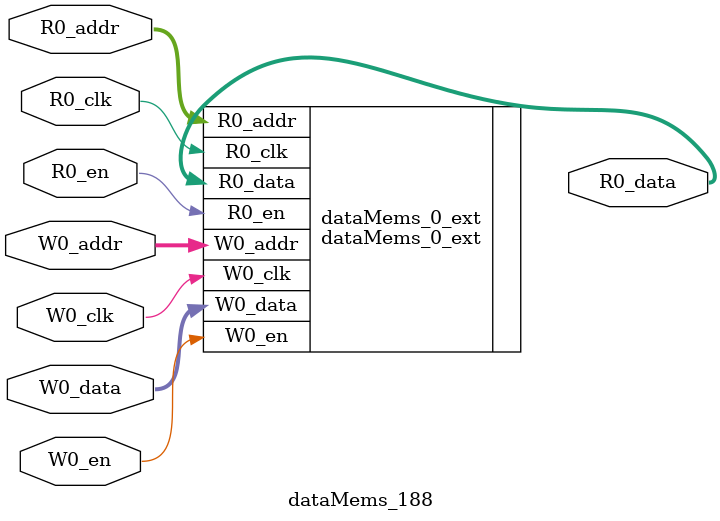
<source format=sv>
`ifndef RANDOMIZE
  `ifdef RANDOMIZE_REG_INIT
    `define RANDOMIZE
  `endif // RANDOMIZE_REG_INIT
`endif // not def RANDOMIZE
`ifndef RANDOMIZE
  `ifdef RANDOMIZE_MEM_INIT
    `define RANDOMIZE
  `endif // RANDOMIZE_MEM_INIT
`endif // not def RANDOMIZE

`ifndef RANDOM
  `define RANDOM $random
`endif // not def RANDOM

// Users can define 'PRINTF_COND' to add an extra gate to prints.
`ifndef PRINTF_COND_
  `ifdef PRINTF_COND
    `define PRINTF_COND_ (`PRINTF_COND)
  `else  // PRINTF_COND
    `define PRINTF_COND_ 1
  `endif // PRINTF_COND
`endif // not def PRINTF_COND_

// Users can define 'ASSERT_VERBOSE_COND' to add an extra gate to assert error printing.
`ifndef ASSERT_VERBOSE_COND_
  `ifdef ASSERT_VERBOSE_COND
    `define ASSERT_VERBOSE_COND_ (`ASSERT_VERBOSE_COND)
  `else  // ASSERT_VERBOSE_COND
    `define ASSERT_VERBOSE_COND_ 1
  `endif // ASSERT_VERBOSE_COND
`endif // not def ASSERT_VERBOSE_COND_

// Users can define 'STOP_COND' to add an extra gate to stop conditions.
`ifndef STOP_COND_
  `ifdef STOP_COND
    `define STOP_COND_ (`STOP_COND)
  `else  // STOP_COND
    `define STOP_COND_ 1
  `endif // STOP_COND
`endif // not def STOP_COND_

// Users can define INIT_RANDOM as general code that gets injected into the
// initializer block for modules with registers.
`ifndef INIT_RANDOM
  `define INIT_RANDOM
`endif // not def INIT_RANDOM

// If using random initialization, you can also define RANDOMIZE_DELAY to
// customize the delay used, otherwise 0.002 is used.
`ifndef RANDOMIZE_DELAY
  `define RANDOMIZE_DELAY 0.002
`endif // not def RANDOMIZE_DELAY

// Define INIT_RANDOM_PROLOG_ for use in our modules below.
`ifndef INIT_RANDOM_PROLOG_
  `ifdef RANDOMIZE
    `ifdef VERILATOR
      `define INIT_RANDOM_PROLOG_ `INIT_RANDOM
    `else  // VERILATOR
      `define INIT_RANDOM_PROLOG_ `INIT_RANDOM #`RANDOMIZE_DELAY begin end
    `endif // VERILATOR
  `else  // RANDOMIZE
    `define INIT_RANDOM_PROLOG_
  `endif // RANDOMIZE
`endif // not def INIT_RANDOM_PROLOG_

// Include register initializers in init blocks unless synthesis is set
`ifndef SYNTHESIS
  `ifndef ENABLE_INITIAL_REG_
    `define ENABLE_INITIAL_REG_
  `endif // not def ENABLE_INITIAL_REG_
`endif // not def SYNTHESIS

// Include rmemory initializers in init blocks unless synthesis is set
`ifndef SYNTHESIS
  `ifndef ENABLE_INITIAL_MEM_
    `define ENABLE_INITIAL_MEM_
  `endif // not def ENABLE_INITIAL_MEM_
`endif // not def SYNTHESIS

module dataMems_188(	// @[generators/ara/src/main/scala/UnsafeAXI4ToTL.scala:365:62]
  input  [4:0]   R0_addr,
  input          R0_en,
  input          R0_clk,
  output [130:0] R0_data,
  input  [4:0]   W0_addr,
  input          W0_en,
  input          W0_clk,
  input  [130:0] W0_data
);

  dataMems_0_ext dataMems_0_ext (	// @[generators/ara/src/main/scala/UnsafeAXI4ToTL.scala:365:62]
    .R0_addr (R0_addr),
    .R0_en   (R0_en),
    .R0_clk  (R0_clk),
    .R0_data (R0_data),
    .W0_addr (W0_addr),
    .W0_en   (W0_en),
    .W0_clk  (W0_clk),
    .W0_data (W0_data)
  );
endmodule


</source>
